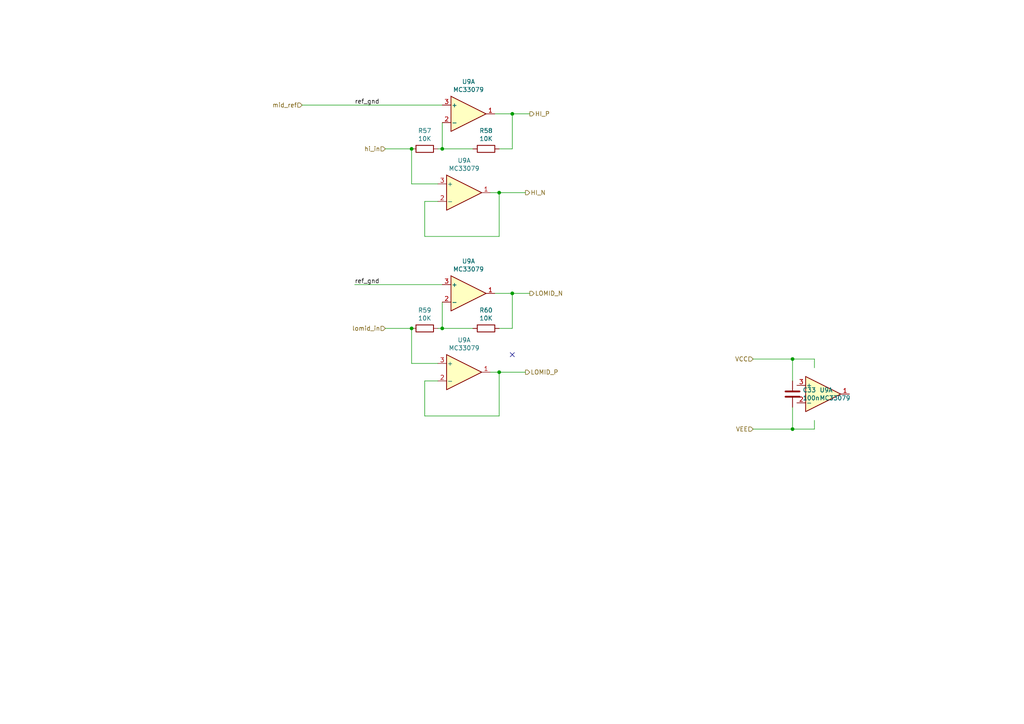
<source format=kicad_sch>
(kicad_sch (version 20211123) (generator eeschema)
  (paper "A4")
  (lib_symbols
    (symbol "Amplifier_Operational:MC33079" (pin_names (offset 0.127))
      (property "Reference" "U" (at 0 5.08 0))
      (property "Value" "Amplifier_Operational_MC33079" (at 0 -5.08 0))
      (symbol "MC33079_1_1"
        (polyline (pts (xy -5.08 5.08) (xy 5.08 0) (xy -5.08 -5.08) (xy -5.08 5.08)) (stroke (width 0.254)) (fill (type background)))
        (pin output line (at 7.62 0 180) (length 2.54) (name "~") (number "1"))
        (pin input line (at -7.62 -2.54 0) (length 2.54) (name "-") (number "2"))
        (pin input line (at -7.62 2.54 0) (length 2.54) (name "+") (number "3"))
      )
      (symbol "MC33079_2_1"
        (polyline (pts (xy -5.08 5.08) (xy 5.08 0) (xy -5.08 -5.08) (xy -5.08 5.08)) (stroke (width 0.254)) (fill (type background)))
        (pin input line (at -7.62 2.54 0) (length 2.54) (name "+") (number "5"))
        (pin input line (at -7.62 -2.54 0) (length 2.54) (name "-") (number "6"))
        (pin output line (at 7.62 0 180) (length 2.54) (name "~") (number "7"))
      )
      (symbol "MC33079_3_1"
        (polyline (pts (xy -5.08 5.08) (xy 5.08 0) (xy -5.08 -5.08) (xy -5.08 5.08)) (stroke (width 0.254)) (fill (type background)))
        (pin input line (at -7.62 2.54 0) (length 2.54) (name "+") (number "10"))
        (pin output line (at 7.62 0 180) (length 2.54) (name "~") (number "8"))
        (pin input line (at -7.62 -2.54 0) (length 2.54) (name "-") (number "9"))
      )
      (symbol "MC33079_4_1"
        (polyline (pts (xy -5.08 5.08) (xy 5.08 0) (xy -5.08 -5.08) (xy -5.08 5.08)) (stroke (width 0.254)) (fill (type background)))
        (pin input line (at -7.62 2.54 0) (length 2.54) (name "+") (number "12"))
        (pin input line (at -7.62 -2.54 0) (length 2.54) (name "-") (number "13"))
        (pin output line (at 7.62 0 180) (length 2.54) (name "~") (number "14"))
      )
      (symbol "MC33079_5_1"
        (pin power_in line (at -2.54 -7.62 90) (length 3.81) (name "V-") (number "11"))
        (pin power_in line (at -2.54 7.62 270) (length 3.81) (name "V+") (number "4"))
      )
    )
    (symbol "Device:C" (pin_numbers hide) (pin_names (offset 0.254))
      (property "Reference" "C" (at 0.635 2.54 0))
      (property "Value" "Device_C" (at 0.635 -2.54 0))
      (symbol "C_0_1"
        (polyline (pts (xy -2.032 -0.762) (xy 2.032 -0.762)) (stroke (width 0.508)))
        (polyline (pts (xy -2.032 0.762) (xy 2.032 0.762)) (stroke (width 0.508)))
      )
      (symbol "C_1_1"
        (pin passive line (at 0 3.81 270) (length 2.794) (name "~") (number "1"))
        (pin passive line (at 0 -3.81 90) (length 2.794) (name "~") (number "2"))
      )
    )
    (symbol "Device:R" (pin_numbers hide) (pin_names (offset 0))
      (property "Reference" "R" (at 2.032 0 90))
      (property "Value" "Device_R" (at 0 0 90))
      (symbol "R_0_1"
        (rectangle (start -1.016 -2.54) (end 1.016 2.54) (stroke (width 0.254)))
      )
      (symbol "R_1_1"
        (pin passive line (at 0 3.81 270) (length 1.27) (name "~") (number "1"))
        (pin passive line (at 0 -3.81 90) (length 1.27) (name "~") (number "2"))
      )
    )
  )
  (junction (at 119.38 43.18))
  (junction (at 229.87 124.46))
  (junction (at 229.87 104.14))
  (junction (at 128.27 95.25))
  (junction (at 148.59 85.09))
  (junction (at 148.59 33.02))
  (junction (at 144.78 55.88))
  (junction (at 144.78 107.95))
  (junction (at 119.38 95.25))
  (junction (at 128.27 43.18))
  (no_connect (at 148.59 102.87))
  (wire (pts (xy 142.24 107.95) (xy 144.78 107.95)))
  (wire (pts (xy 128.27 95.25) (xy 137.16 95.25)))
  (wire (pts (xy 148.59 85.09) (xy 143.51 85.09)))
  (wire (pts (xy 144.78 55.88) (xy 144.78 68.58)))
  (wire (pts (xy 148.59 43.18) (xy 148.59 33.02)))
  (wire (pts (xy 153.67 33.02) (xy 148.59 33.02)))
  (wire (pts (xy 229.87 118.11) (xy 229.87 124.46)))
  (wire (pts (xy 123.19 58.42) (xy 127 58.42)))
  (wire (pts (xy 236.22 124.46) (xy 229.87 124.46)))
  (wire (pts (xy 111.76 95.25) (xy 119.38 95.25)))
  (wire (pts (xy 128.27 43.18) (xy 127 43.18)))
  (wire (pts (xy 119.38 105.41) (xy 119.38 95.25)))
  (wire (pts (xy 144.78 107.95) (xy 144.78 120.65)))
  (wire (pts (xy 152.4 107.95) (xy 144.78 107.95)))
  (wire (pts (xy 127 53.34) (xy 119.38 53.34)))
  (wire (pts (xy 128.27 43.18) (xy 137.16 43.18)))
  (wire (pts (xy 127 105.41) (xy 119.38 105.41)))
  (wire (pts (xy 128.27 35.56) (xy 128.27 43.18)))
  (wire (pts (xy 144.78 43.18) (xy 148.59 43.18)))
  (wire (pts (xy 236.22 104.14) (xy 236.22 106.68)))
  (wire (pts (xy 236.22 121.92) (xy 236.22 124.46)))
  (wire (pts (xy 144.78 120.65) (xy 123.19 120.65)))
  (wire (pts (xy 87.63 30.48) (xy 128.27 30.48)))
  (wire (pts (xy 119.38 53.34) (xy 119.38 43.18)))
  (wire (pts (xy 148.59 33.02) (xy 143.51 33.02)))
  (wire (pts (xy 123.19 120.65) (xy 123.19 110.49)))
  (wire (pts (xy 128.27 95.25) (xy 127 95.25)))
  (wire (pts (xy 123.19 68.58) (xy 123.19 58.42)))
  (wire (pts (xy 142.24 55.88) (xy 144.78 55.88)))
  (wire (pts (xy 153.67 85.09) (xy 148.59 85.09)))
  (wire (pts (xy 102.87 82.55) (xy 128.27 82.55)))
  (wire (pts (xy 144.78 68.58) (xy 123.19 68.58)))
  (wire (pts (xy 218.44 124.46) (xy 229.87 124.46)))
  (wire (pts (xy 152.4 55.88) (xy 144.78 55.88)))
  (wire (pts (xy 218.44 104.14) (xy 229.87 104.14)))
  (wire (pts (xy 144.78 95.25) (xy 148.59 95.25)))
  (wire (pts (xy 229.87 104.14) (xy 236.22 104.14)))
  (wire (pts (xy 229.87 110.49) (xy 229.87 104.14)))
  (wire (pts (xy 123.19 110.49) (xy 127 110.49)))
  (wire (pts (xy 111.76 43.18) (xy 119.38 43.18)))
  (wire (pts (xy 148.59 95.25) (xy 148.59 85.09)))
  (wire (pts (xy 128.27 87.63) (xy 128.27 95.25)))
  (label "ref_gnd" (at 102.87 82.55 0))
  (label "ref_gnd" (at 102.87 30.48 0))
  (hierarchical_label "lomid_in" (shape input) (at 111.76 95.25 180))
  (hierarchical_label "hi_in" (shape input) (at 111.76 43.18 180))
  (hierarchical_label "VEE" (shape input) (at 218.44 124.46 180))
  (hierarchical_label "HI_N" (shape output) (at 152.4 55.88 0))
  (hierarchical_label "VCC" (shape input) (at 218.44 104.14 180))
  (hierarchical_label "LOMID_P" (shape output) (at 152.4 107.95 0))
  (hierarchical_label "HI_P" (shape output) (at 153.67 33.02 0))
  (hierarchical_label "mid_ref" (shape input) (at 87.63 30.48 180))
  (hierarchical_label "LOMID_N" (shape output) (at 153.67 85.09 0))
  (symbol (lib_id "Amplifier_Operational:MC33079") (at 134.62 55.88 0)
    (property "Reference" "U9" (at 134.62 46.5582 0))
    (property "Value" "MC33079" (at 134.62 48.8696 0))
    (property "Footprint" "Package_SO:SOIC-14_3.9x8.7mm_P1.27mm" (effects hide))
    (property "Datasheet" "https://www.onsemi.com/pub/Collateral/MC33078-D.PDF" (effects hide))
  )
  (symbol (lib_id "Amplifier_Operational:MC33079") (at 135.89 33.02 0)
    (property "Reference" "U9" (at 135.89 23.6982 0))
    (property "Value" "MC33079" (at 135.89 26.0096 0))
    (property "Footprint" "Package_SO:SOIC-14_3.9x8.7mm_P1.27mm" (effects hide))
    (property "Datasheet" "https://www.onsemi.com/pub/Collateral/MC33078-D.PDF" (effects hide))
  )
  (symbol (lib_id "Device:R") (at 140.97 43.18 270)
    (property "Reference" "R58" (at 140.97 37.9222 90))
    (property "Value" "10K" (at 140.97 40.2336 90))
    (property "Footprint" "Resistor_SMD:R_0805_2012Metric_Pad1.20x1.40mm_HandSolder" (effects hide))
  )
  (symbol (lib_id "Device:R") (at 123.19 43.18 270)
    (property "Reference" "R57" (at 123.19 37.9222 90))
    (property "Value" "10K" (at 123.19 40.2336 90))
    (property "Footprint" "Resistor_SMD:R_0805_2012Metric_Pad1.20x1.40mm_HandSolder" (effects hide))
  )
  (symbol (lib_id "Amplifier_Operational:MC33079") (at 134.62 107.95 0)
    (property "Reference" "U9" (at 134.62 98.6282 0))
    (property "Value" "MC33079" (at 134.62 100.9396 0))
    (property "Footprint" "Package_SO:SOIC-14_3.9x8.7mm_P1.27mm" (effects hide))
    (property "Datasheet" "https://www.onsemi.com/pub/Collateral/MC33078-D.PDF" (effects hide))
  )
  (symbol (lib_id "Amplifier_Operational:MC33079") (at 135.89 85.09 0)
    (property "Reference" "U9" (at 135.89 75.7682 0))
    (property "Value" "MC33079" (at 135.89 78.0796 0))
    (property "Footprint" "Package_SO:SOIC-14_3.9x8.7mm_P1.27mm" (effects hide))
    (property "Datasheet" "https://www.onsemi.com/pub/Collateral/MC33078-D.PDF" (effects hide))
  )
  (symbol (lib_id "Device:R") (at 140.97 95.25 270)
    (property "Reference" "R60" (at 140.97 89.9922 90))
    (property "Value" "10K" (at 140.97 92.3036 90))
    (property "Footprint" "Resistor_SMD:R_0805_2012Metric_Pad1.20x1.40mm_HandSolder" (effects hide))
  )
  (symbol (lib_id "Device:R") (at 123.19 95.25 270)
    (property "Reference" "R59" (at 123.19 89.9922 90))
    (property "Value" "10K" (at 123.19 92.3036 90))
    (property "Footprint" "Resistor_SMD:R_0805_2012Metric_Pad1.20x1.40mm_HandSolder" (effects hide))
  )
  (symbol (lib_id "Amplifier_Operational:MC33079") (at 238.76 114.3 0)
    (property "Reference" "U9" (at 237.6932 113.1316 0) (effects (justify left)))
    (property "Value" "MC33079" (at 237.6932 115.443 0) (effects (justify left)))
    (property "Footprint" "Package_SO:SOIC-14_3.9x8.7mm_P1.27mm" (effects hide))
    (property "Datasheet" "https://www.onsemi.com/pub/Collateral/MC33078-D.PDF" (effects hide))
  )
  (symbol (lib_id "Device:C") (at 229.87 114.3 0)
    (property "Reference" "C33" (at 232.791 113.1316 0) (effects (justify left)))
    (property "Value" "100n" (at 232.791 115.443 0) (effects (justify left)))
    (property "Footprint" "Capacitor_SMD:C_0805_2012Metric_Pad1.18x1.45mm_HandSolder" (effects hide))
  )
)
</source>
